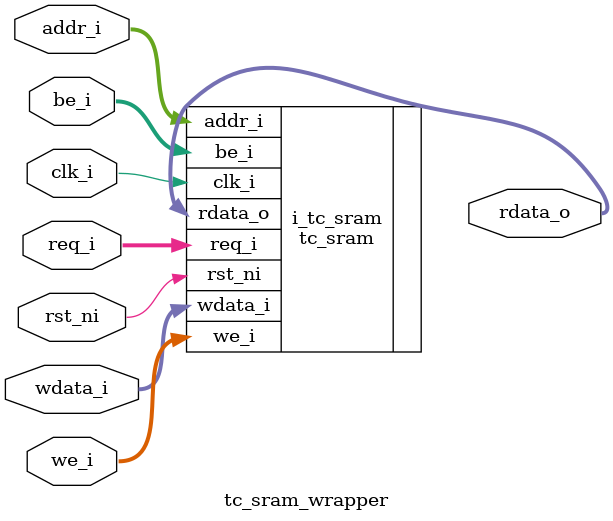
<source format=v>
module tc_sram_wrapper (
	clk_i,
	rst_ni,
	req_i,
	we_i,
	addr_i,
	wdata_i,
	be_i,
	rdata_o
);
	// Trace: common/local/util/tc_sram_wrapper.sv:11:13
	parameter [31:0] NumWords = 32'd1024;
	// Trace: common/local/util/tc_sram_wrapper.sv:12:13
	parameter [31:0] DataWidth = 32'd128;
	// Trace: common/local/util/tc_sram_wrapper.sv:13:13
	parameter [31:0] ByteWidth = 32'd8;
	// Trace: common/local/util/tc_sram_wrapper.sv:14:13
	parameter [31:0] NumPorts = 32'd2;
	// Trace: common/local/util/tc_sram_wrapper.sv:15:13
	parameter [31:0] Latency = 32'd1;
	// Trace: common/local/util/tc_sram_wrapper.sv:16:26
	parameter SimInit = "none";
	// Trace: common/local/util/tc_sram_wrapper.sv:17:13
	parameter [0:0] PrintSimCfg = 1'b0;
	// Trace: common/local/util/tc_sram_wrapper.sv:19:13
	parameter [31:0] AddrWidth = (NumWords > 32'd1 ? $clog2(NumWords) : 32'd1);
	// Trace: common/local/util/tc_sram_wrapper.sv:20:13
	parameter [31:0] BeWidth = ((DataWidth + ByteWidth) - 32'd1) / ByteWidth;
	// Trace: common/local/util/tc_sram_wrapper.sv:21:26
	// removed localparam type addr_t
	// Trace: common/local/util/tc_sram_wrapper.sv:22:26
	// removed localparam type data_t
	// Trace: common/local/util/tc_sram_wrapper.sv:23:26
	// removed localparam type be_t
	// Trace: common/local/util/tc_sram_wrapper.sv:25:3
	input wire clk_i;
	// Trace: common/local/util/tc_sram_wrapper.sv:26:3
	input wire rst_ni;
	// Trace: common/local/util/tc_sram_wrapper.sv:28:3
	input wire [NumPorts - 1:0] req_i;
	// Trace: common/local/util/tc_sram_wrapper.sv:29:3
	input wire [NumPorts - 1:0] we_i;
	// Trace: common/local/util/tc_sram_wrapper.sv:30:3
	input wire [(NumPorts * AddrWidth) - 1:0] addr_i;
	// Trace: common/local/util/tc_sram_wrapper.sv:31:3
	input wire [(NumPorts * DataWidth) - 1:0] wdata_i;
	// Trace: common/local/util/tc_sram_wrapper.sv:32:3
	input wire [(NumPorts * BeWidth) - 1:0] be_i;
	// Trace: common/local/util/tc_sram_wrapper.sv:34:3
	output wire [(NumPorts * DataWidth) - 1:0] rdata_o;
	// Trace: common/local/util/tc_sram_wrapper.sv:39:3
	tc_sram #(
		.NumWords(NumWords),
		.DataWidth(DataWidth),
		.ByteWidth(ByteWidth),
		.NumPorts(NumPorts),
		.Latency(Latency),
		.SimInit(SimInit),
		.PrintSimCfg(PrintSimCfg)
	) i_tc_sram(
		.clk_i(clk_i),
		.rst_ni(rst_ni),
		.req_i(req_i),
		.we_i(we_i),
		.be_i(be_i),
		.wdata_i(wdata_i),
		.addr_i(addr_i),
		.rdata_o(rdata_o)
	);
endmodule

</source>
